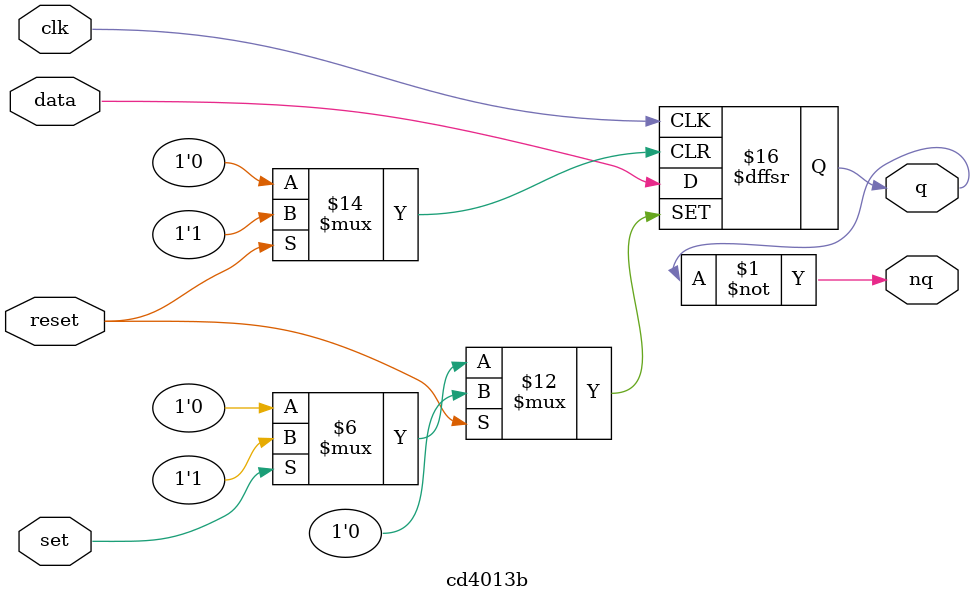
<source format=v>
`timescale 1ns / 1ps

module cd4013b(
  input clk,
  input data,
  input set,
  input reset,
  output reg q,
  output nq
  );
    
    assign nq = ~q;

    initial begin
        q = 0;
    end
    
    always @(posedge clk or posedge set or posedge reset) begin
        if(set) q <= 1;
        else if(reset) q <= 0;
        else q <= data;
    end
    
endmodule // cd4013b

</source>
